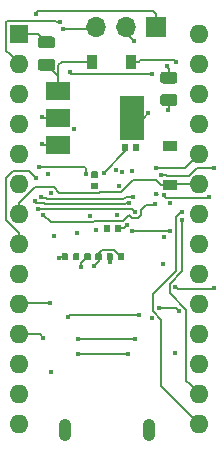
<source format=gbr>
G04 #@! TF.GenerationSoftware,KiCad,Pcbnew,5.1.5+dfsg1-2build2*
G04 #@! TF.CreationDate,2023-08-25T20:20:15+01:00*
G04 #@! TF.ProjectId,pico-sp0256,7069636f-2d73-4703-9032-35362e6b6963,rev?*
G04 #@! TF.SameCoordinates,Original*
G04 #@! TF.FileFunction,Copper,L4,Bot*
G04 #@! TF.FilePolarity,Positive*
%FSLAX46Y46*%
G04 Gerber Fmt 4.6, Leading zero omitted, Abs format (unit mm)*
G04 Created by KiCad (PCBNEW 5.1.5+dfsg1-2build2) date 2023-08-25 20:20:15*
%MOMM*%
%LPD*%
G04 APERTURE LIST*
%ADD10O,1.600000X1.600000*%
%ADD11R,1.600000X1.600000*%
%ADD12R,0.900000X1.200000*%
%ADD13R,1.200000X0.900000*%
%ADD14R,2.000000X1.500000*%
%ADD15R,2.000000X3.800000*%
%ADD16O,1.700000X1.700000*%
%ADD17R,1.700000X1.700000*%
%ADD18O,1.050000X1.900000*%
%ADD19C,0.100000*%
%ADD20C,0.400000*%
%ADD21C,0.200000*%
G04 APERTURE END LIST*
D10*
X89403501Y-69520001D03*
X74163501Y-102540001D03*
X89403501Y-72060001D03*
X74163501Y-100000001D03*
X89403501Y-74600001D03*
X74163501Y-97460001D03*
X89403501Y-77140001D03*
X74163501Y-94920001D03*
X89403501Y-79680001D03*
X74163501Y-92380001D03*
X89403501Y-82220001D03*
X74163501Y-89840001D03*
X89403501Y-84760001D03*
X74163501Y-87300001D03*
X89403501Y-87300001D03*
X74163501Y-84760001D03*
X89403501Y-89840001D03*
X74163501Y-82220001D03*
X89403501Y-92380001D03*
X74163501Y-79680001D03*
X89403501Y-94920001D03*
X74163501Y-77140001D03*
X89403501Y-97460001D03*
X74163501Y-74600001D03*
X89403501Y-100000001D03*
X74163501Y-72060001D03*
X89403501Y-102540001D03*
D11*
X74163501Y-69520001D03*
D12*
X83628500Y-71882000D03*
X80328500Y-71882000D03*
D13*
X86931500Y-82295000D03*
X86931500Y-78995000D03*
D14*
X77431500Y-78944500D03*
X77431500Y-74344500D03*
X77431500Y-76644500D03*
D15*
X83731500Y-76644500D03*
D16*
X80645000Y-68897500D03*
X83185000Y-68897500D03*
D17*
X85725000Y-68897500D03*
D18*
X85172500Y-103054000D03*
X78022500Y-103054000D03*
G04 #@! TA.AperFunction,SMDPad,CuDef*
D19*
G36*
X82929722Y-88082674D02*
G01*
X82943313Y-88084690D01*
X82956640Y-88088028D01*
X82969576Y-88092657D01*
X82981996Y-88098531D01*
X82993780Y-88105594D01*
X83004815Y-88113779D01*
X83014995Y-88123005D01*
X83024221Y-88133185D01*
X83032406Y-88144220D01*
X83039469Y-88156004D01*
X83045343Y-88168424D01*
X83049972Y-88181360D01*
X83053310Y-88194687D01*
X83055326Y-88208278D01*
X83056000Y-88222000D01*
X83056000Y-88562000D01*
X83055326Y-88575722D01*
X83053310Y-88589313D01*
X83049972Y-88602640D01*
X83045343Y-88615576D01*
X83039469Y-88627996D01*
X83032406Y-88639780D01*
X83024221Y-88650815D01*
X83014995Y-88660995D01*
X83004815Y-88670221D01*
X82993780Y-88678406D01*
X82981996Y-88685469D01*
X82969576Y-88691343D01*
X82956640Y-88695972D01*
X82943313Y-88699310D01*
X82929722Y-88701326D01*
X82916000Y-88702000D01*
X82636000Y-88702000D01*
X82622278Y-88701326D01*
X82608687Y-88699310D01*
X82595360Y-88695972D01*
X82582424Y-88691343D01*
X82570004Y-88685469D01*
X82558220Y-88678406D01*
X82547185Y-88670221D01*
X82537005Y-88660995D01*
X82527779Y-88650815D01*
X82519594Y-88639780D01*
X82512531Y-88627996D01*
X82506657Y-88615576D01*
X82502028Y-88602640D01*
X82498690Y-88589313D01*
X82496674Y-88575722D01*
X82496000Y-88562000D01*
X82496000Y-88222000D01*
X82496674Y-88208278D01*
X82498690Y-88194687D01*
X82502028Y-88181360D01*
X82506657Y-88168424D01*
X82512531Y-88156004D01*
X82519594Y-88144220D01*
X82527779Y-88133185D01*
X82537005Y-88123005D01*
X82547185Y-88113779D01*
X82558220Y-88105594D01*
X82570004Y-88098531D01*
X82582424Y-88092657D01*
X82595360Y-88088028D01*
X82608687Y-88084690D01*
X82622278Y-88082674D01*
X82636000Y-88082000D01*
X82916000Y-88082000D01*
X82929722Y-88082674D01*
G37*
G04 #@! TD.AperFunction*
G04 #@! TA.AperFunction,SMDPad,CuDef*
G36*
X81969722Y-88082674D02*
G01*
X81983313Y-88084690D01*
X81996640Y-88088028D01*
X82009576Y-88092657D01*
X82021996Y-88098531D01*
X82033780Y-88105594D01*
X82044815Y-88113779D01*
X82054995Y-88123005D01*
X82064221Y-88133185D01*
X82072406Y-88144220D01*
X82079469Y-88156004D01*
X82085343Y-88168424D01*
X82089972Y-88181360D01*
X82093310Y-88194687D01*
X82095326Y-88208278D01*
X82096000Y-88222000D01*
X82096000Y-88562000D01*
X82095326Y-88575722D01*
X82093310Y-88589313D01*
X82089972Y-88602640D01*
X82085343Y-88615576D01*
X82079469Y-88627996D01*
X82072406Y-88639780D01*
X82064221Y-88650815D01*
X82054995Y-88660995D01*
X82044815Y-88670221D01*
X82033780Y-88678406D01*
X82021996Y-88685469D01*
X82009576Y-88691343D01*
X81996640Y-88695972D01*
X81983313Y-88699310D01*
X81969722Y-88701326D01*
X81956000Y-88702000D01*
X81676000Y-88702000D01*
X81662278Y-88701326D01*
X81648687Y-88699310D01*
X81635360Y-88695972D01*
X81622424Y-88691343D01*
X81610004Y-88685469D01*
X81598220Y-88678406D01*
X81587185Y-88670221D01*
X81577005Y-88660995D01*
X81567779Y-88650815D01*
X81559594Y-88639780D01*
X81552531Y-88627996D01*
X81546657Y-88615576D01*
X81542028Y-88602640D01*
X81538690Y-88589313D01*
X81536674Y-88575722D01*
X81536000Y-88562000D01*
X81536000Y-88222000D01*
X81536674Y-88208278D01*
X81538690Y-88194687D01*
X81542028Y-88181360D01*
X81546657Y-88168424D01*
X81552531Y-88156004D01*
X81559594Y-88144220D01*
X81567779Y-88133185D01*
X81577005Y-88123005D01*
X81587185Y-88113779D01*
X81598220Y-88105594D01*
X81610004Y-88098531D01*
X81622424Y-88092657D01*
X81635360Y-88088028D01*
X81648687Y-88084690D01*
X81662278Y-88082674D01*
X81676000Y-88082000D01*
X81956000Y-88082000D01*
X81969722Y-88082674D01*
G37*
G04 #@! TD.AperFunction*
G04 #@! TA.AperFunction,SMDPad,CuDef*
G36*
X78159722Y-88082674D02*
G01*
X78173313Y-88084690D01*
X78186640Y-88088028D01*
X78199576Y-88092657D01*
X78211996Y-88098531D01*
X78223780Y-88105594D01*
X78234815Y-88113779D01*
X78244995Y-88123005D01*
X78254221Y-88133185D01*
X78262406Y-88144220D01*
X78269469Y-88156004D01*
X78275343Y-88168424D01*
X78279972Y-88181360D01*
X78283310Y-88194687D01*
X78285326Y-88208278D01*
X78286000Y-88222000D01*
X78286000Y-88562000D01*
X78285326Y-88575722D01*
X78283310Y-88589313D01*
X78279972Y-88602640D01*
X78275343Y-88615576D01*
X78269469Y-88627996D01*
X78262406Y-88639780D01*
X78254221Y-88650815D01*
X78244995Y-88660995D01*
X78234815Y-88670221D01*
X78223780Y-88678406D01*
X78211996Y-88685469D01*
X78199576Y-88691343D01*
X78186640Y-88695972D01*
X78173313Y-88699310D01*
X78159722Y-88701326D01*
X78146000Y-88702000D01*
X77866000Y-88702000D01*
X77852278Y-88701326D01*
X77838687Y-88699310D01*
X77825360Y-88695972D01*
X77812424Y-88691343D01*
X77800004Y-88685469D01*
X77788220Y-88678406D01*
X77777185Y-88670221D01*
X77767005Y-88660995D01*
X77757779Y-88650815D01*
X77749594Y-88639780D01*
X77742531Y-88627996D01*
X77736657Y-88615576D01*
X77732028Y-88602640D01*
X77728690Y-88589313D01*
X77726674Y-88575722D01*
X77726000Y-88562000D01*
X77726000Y-88222000D01*
X77726674Y-88208278D01*
X77728690Y-88194687D01*
X77732028Y-88181360D01*
X77736657Y-88168424D01*
X77742531Y-88156004D01*
X77749594Y-88144220D01*
X77757779Y-88133185D01*
X77767005Y-88123005D01*
X77777185Y-88113779D01*
X77788220Y-88105594D01*
X77800004Y-88098531D01*
X77812424Y-88092657D01*
X77825360Y-88088028D01*
X77838687Y-88084690D01*
X77852278Y-88082674D01*
X77866000Y-88082000D01*
X78146000Y-88082000D01*
X78159722Y-88082674D01*
G37*
G04 #@! TD.AperFunction*
G04 #@! TA.AperFunction,SMDPad,CuDef*
G36*
X79119722Y-88082674D02*
G01*
X79133313Y-88084690D01*
X79146640Y-88088028D01*
X79159576Y-88092657D01*
X79171996Y-88098531D01*
X79183780Y-88105594D01*
X79194815Y-88113779D01*
X79204995Y-88123005D01*
X79214221Y-88133185D01*
X79222406Y-88144220D01*
X79229469Y-88156004D01*
X79235343Y-88168424D01*
X79239972Y-88181360D01*
X79243310Y-88194687D01*
X79245326Y-88208278D01*
X79246000Y-88222000D01*
X79246000Y-88562000D01*
X79245326Y-88575722D01*
X79243310Y-88589313D01*
X79239972Y-88602640D01*
X79235343Y-88615576D01*
X79229469Y-88627996D01*
X79222406Y-88639780D01*
X79214221Y-88650815D01*
X79204995Y-88660995D01*
X79194815Y-88670221D01*
X79183780Y-88678406D01*
X79171996Y-88685469D01*
X79159576Y-88691343D01*
X79146640Y-88695972D01*
X79133313Y-88699310D01*
X79119722Y-88701326D01*
X79106000Y-88702000D01*
X78826000Y-88702000D01*
X78812278Y-88701326D01*
X78798687Y-88699310D01*
X78785360Y-88695972D01*
X78772424Y-88691343D01*
X78760004Y-88685469D01*
X78748220Y-88678406D01*
X78737185Y-88670221D01*
X78727005Y-88660995D01*
X78717779Y-88650815D01*
X78709594Y-88639780D01*
X78702531Y-88627996D01*
X78696657Y-88615576D01*
X78692028Y-88602640D01*
X78688690Y-88589313D01*
X78686674Y-88575722D01*
X78686000Y-88562000D01*
X78686000Y-88222000D01*
X78686674Y-88208278D01*
X78688690Y-88194687D01*
X78692028Y-88181360D01*
X78696657Y-88168424D01*
X78702531Y-88156004D01*
X78709594Y-88144220D01*
X78717779Y-88133185D01*
X78727005Y-88123005D01*
X78737185Y-88113779D01*
X78748220Y-88105594D01*
X78760004Y-88098531D01*
X78772424Y-88092657D01*
X78785360Y-88088028D01*
X78798687Y-88084690D01*
X78812278Y-88082674D01*
X78826000Y-88082000D01*
X79106000Y-88082000D01*
X79119722Y-88082674D01*
G37*
G04 #@! TD.AperFunction*
G04 #@! TA.AperFunction,SMDPad,CuDef*
G36*
X84199722Y-78811674D02*
G01*
X84213313Y-78813690D01*
X84226640Y-78817028D01*
X84239576Y-78821657D01*
X84251996Y-78827531D01*
X84263780Y-78834594D01*
X84274815Y-78842779D01*
X84284995Y-78852005D01*
X84294221Y-78862185D01*
X84302406Y-78873220D01*
X84309469Y-78885004D01*
X84315343Y-78897424D01*
X84319972Y-78910360D01*
X84323310Y-78923687D01*
X84325326Y-78937278D01*
X84326000Y-78951000D01*
X84326000Y-79291000D01*
X84325326Y-79304722D01*
X84323310Y-79318313D01*
X84319972Y-79331640D01*
X84315343Y-79344576D01*
X84309469Y-79356996D01*
X84302406Y-79368780D01*
X84294221Y-79379815D01*
X84284995Y-79389995D01*
X84274815Y-79399221D01*
X84263780Y-79407406D01*
X84251996Y-79414469D01*
X84239576Y-79420343D01*
X84226640Y-79424972D01*
X84213313Y-79428310D01*
X84199722Y-79430326D01*
X84186000Y-79431000D01*
X83906000Y-79431000D01*
X83892278Y-79430326D01*
X83878687Y-79428310D01*
X83865360Y-79424972D01*
X83852424Y-79420343D01*
X83840004Y-79414469D01*
X83828220Y-79407406D01*
X83817185Y-79399221D01*
X83807005Y-79389995D01*
X83797779Y-79379815D01*
X83789594Y-79368780D01*
X83782531Y-79356996D01*
X83776657Y-79344576D01*
X83772028Y-79331640D01*
X83768690Y-79318313D01*
X83766674Y-79304722D01*
X83766000Y-79291000D01*
X83766000Y-78951000D01*
X83766674Y-78937278D01*
X83768690Y-78923687D01*
X83772028Y-78910360D01*
X83776657Y-78897424D01*
X83782531Y-78885004D01*
X83789594Y-78873220D01*
X83797779Y-78862185D01*
X83807005Y-78852005D01*
X83817185Y-78842779D01*
X83828220Y-78834594D01*
X83840004Y-78827531D01*
X83852424Y-78821657D01*
X83865360Y-78817028D01*
X83878687Y-78813690D01*
X83892278Y-78811674D01*
X83906000Y-78811000D01*
X84186000Y-78811000D01*
X84199722Y-78811674D01*
G37*
G04 #@! TD.AperFunction*
G04 #@! TA.AperFunction,SMDPad,CuDef*
G36*
X83239722Y-78811674D02*
G01*
X83253313Y-78813690D01*
X83266640Y-78817028D01*
X83279576Y-78821657D01*
X83291996Y-78827531D01*
X83303780Y-78834594D01*
X83314815Y-78842779D01*
X83324995Y-78852005D01*
X83334221Y-78862185D01*
X83342406Y-78873220D01*
X83349469Y-78885004D01*
X83355343Y-78897424D01*
X83359972Y-78910360D01*
X83363310Y-78923687D01*
X83365326Y-78937278D01*
X83366000Y-78951000D01*
X83366000Y-79291000D01*
X83365326Y-79304722D01*
X83363310Y-79318313D01*
X83359972Y-79331640D01*
X83355343Y-79344576D01*
X83349469Y-79356996D01*
X83342406Y-79368780D01*
X83334221Y-79379815D01*
X83324995Y-79389995D01*
X83314815Y-79399221D01*
X83303780Y-79407406D01*
X83291996Y-79414469D01*
X83279576Y-79420343D01*
X83266640Y-79424972D01*
X83253313Y-79428310D01*
X83239722Y-79430326D01*
X83226000Y-79431000D01*
X82946000Y-79431000D01*
X82932278Y-79430326D01*
X82918687Y-79428310D01*
X82905360Y-79424972D01*
X82892424Y-79420343D01*
X82880004Y-79414469D01*
X82868220Y-79407406D01*
X82857185Y-79399221D01*
X82847005Y-79389995D01*
X82837779Y-79379815D01*
X82829594Y-79368780D01*
X82822531Y-79356996D01*
X82816657Y-79344576D01*
X82812028Y-79331640D01*
X82808690Y-79318313D01*
X82806674Y-79304722D01*
X82806000Y-79291000D01*
X82806000Y-78951000D01*
X82806674Y-78937278D01*
X82808690Y-78923687D01*
X82812028Y-78910360D01*
X82816657Y-78897424D01*
X82822531Y-78885004D01*
X82829594Y-78873220D01*
X82837779Y-78862185D01*
X82847005Y-78852005D01*
X82857185Y-78842779D01*
X82868220Y-78834594D01*
X82880004Y-78827531D01*
X82892424Y-78821657D01*
X82905360Y-78817028D01*
X82918687Y-78813690D01*
X82932278Y-78811674D01*
X82946000Y-78811000D01*
X83226000Y-78811000D01*
X83239722Y-78811674D01*
G37*
G04 #@! TD.AperFunction*
G04 #@! TA.AperFunction,SMDPad,CuDef*
G36*
X81024722Y-88082674D02*
G01*
X81038313Y-88084690D01*
X81051640Y-88088028D01*
X81064576Y-88092657D01*
X81076996Y-88098531D01*
X81088780Y-88105594D01*
X81099815Y-88113779D01*
X81109995Y-88123005D01*
X81119221Y-88133185D01*
X81127406Y-88144220D01*
X81134469Y-88156004D01*
X81140343Y-88168424D01*
X81144972Y-88181360D01*
X81148310Y-88194687D01*
X81150326Y-88208278D01*
X81151000Y-88222000D01*
X81151000Y-88562000D01*
X81150326Y-88575722D01*
X81148310Y-88589313D01*
X81144972Y-88602640D01*
X81140343Y-88615576D01*
X81134469Y-88627996D01*
X81127406Y-88639780D01*
X81119221Y-88650815D01*
X81109995Y-88660995D01*
X81099815Y-88670221D01*
X81088780Y-88678406D01*
X81076996Y-88685469D01*
X81064576Y-88691343D01*
X81051640Y-88695972D01*
X81038313Y-88699310D01*
X81024722Y-88701326D01*
X81011000Y-88702000D01*
X80731000Y-88702000D01*
X80717278Y-88701326D01*
X80703687Y-88699310D01*
X80690360Y-88695972D01*
X80677424Y-88691343D01*
X80665004Y-88685469D01*
X80653220Y-88678406D01*
X80642185Y-88670221D01*
X80632005Y-88660995D01*
X80622779Y-88650815D01*
X80614594Y-88639780D01*
X80607531Y-88627996D01*
X80601657Y-88615576D01*
X80597028Y-88602640D01*
X80593690Y-88589313D01*
X80591674Y-88575722D01*
X80591000Y-88562000D01*
X80591000Y-88222000D01*
X80591674Y-88208278D01*
X80593690Y-88194687D01*
X80597028Y-88181360D01*
X80601657Y-88168424D01*
X80607531Y-88156004D01*
X80614594Y-88144220D01*
X80622779Y-88133185D01*
X80632005Y-88123005D01*
X80642185Y-88113779D01*
X80653220Y-88105594D01*
X80665004Y-88098531D01*
X80677424Y-88092657D01*
X80690360Y-88088028D01*
X80703687Y-88084690D01*
X80717278Y-88082674D01*
X80731000Y-88082000D01*
X81011000Y-88082000D01*
X81024722Y-88082674D01*
G37*
G04 #@! TD.AperFunction*
G04 #@! TA.AperFunction,SMDPad,CuDef*
G36*
X80064722Y-88082674D02*
G01*
X80078313Y-88084690D01*
X80091640Y-88088028D01*
X80104576Y-88092657D01*
X80116996Y-88098531D01*
X80128780Y-88105594D01*
X80139815Y-88113779D01*
X80149995Y-88123005D01*
X80159221Y-88133185D01*
X80167406Y-88144220D01*
X80174469Y-88156004D01*
X80180343Y-88168424D01*
X80184972Y-88181360D01*
X80188310Y-88194687D01*
X80190326Y-88208278D01*
X80191000Y-88222000D01*
X80191000Y-88562000D01*
X80190326Y-88575722D01*
X80188310Y-88589313D01*
X80184972Y-88602640D01*
X80180343Y-88615576D01*
X80174469Y-88627996D01*
X80167406Y-88639780D01*
X80159221Y-88650815D01*
X80149995Y-88660995D01*
X80139815Y-88670221D01*
X80128780Y-88678406D01*
X80116996Y-88685469D01*
X80104576Y-88691343D01*
X80091640Y-88695972D01*
X80078313Y-88699310D01*
X80064722Y-88701326D01*
X80051000Y-88702000D01*
X79771000Y-88702000D01*
X79757278Y-88701326D01*
X79743687Y-88699310D01*
X79730360Y-88695972D01*
X79717424Y-88691343D01*
X79705004Y-88685469D01*
X79693220Y-88678406D01*
X79682185Y-88670221D01*
X79672005Y-88660995D01*
X79662779Y-88650815D01*
X79654594Y-88639780D01*
X79647531Y-88627996D01*
X79641657Y-88615576D01*
X79637028Y-88602640D01*
X79633690Y-88589313D01*
X79631674Y-88575722D01*
X79631000Y-88562000D01*
X79631000Y-88222000D01*
X79631674Y-88208278D01*
X79633690Y-88194687D01*
X79637028Y-88181360D01*
X79641657Y-88168424D01*
X79647531Y-88156004D01*
X79654594Y-88144220D01*
X79662779Y-88133185D01*
X79672005Y-88123005D01*
X79682185Y-88113779D01*
X79693220Y-88105594D01*
X79705004Y-88098531D01*
X79717424Y-88092657D01*
X79730360Y-88088028D01*
X79743687Y-88084690D01*
X79757278Y-88082674D01*
X79771000Y-88082000D01*
X80051000Y-88082000D01*
X80064722Y-88082674D01*
G37*
G04 #@! TD.AperFunction*
G04 #@! TA.AperFunction,SMDPad,CuDef*
G36*
X80701722Y-82115674D02*
G01*
X80715313Y-82117690D01*
X80728640Y-82121028D01*
X80741576Y-82125657D01*
X80753996Y-82131531D01*
X80765780Y-82138594D01*
X80776815Y-82146779D01*
X80786995Y-82156005D01*
X80796221Y-82166185D01*
X80804406Y-82177220D01*
X80811469Y-82189004D01*
X80817343Y-82201424D01*
X80821972Y-82214360D01*
X80825310Y-82227687D01*
X80827326Y-82241278D01*
X80828000Y-82255000D01*
X80828000Y-82535000D01*
X80827326Y-82548722D01*
X80825310Y-82562313D01*
X80821972Y-82575640D01*
X80817343Y-82588576D01*
X80811469Y-82600996D01*
X80804406Y-82612780D01*
X80796221Y-82623815D01*
X80786995Y-82633995D01*
X80776815Y-82643221D01*
X80765780Y-82651406D01*
X80753996Y-82658469D01*
X80741576Y-82664343D01*
X80728640Y-82668972D01*
X80715313Y-82672310D01*
X80701722Y-82674326D01*
X80688000Y-82675000D01*
X80348000Y-82675000D01*
X80334278Y-82674326D01*
X80320687Y-82672310D01*
X80307360Y-82668972D01*
X80294424Y-82664343D01*
X80282004Y-82658469D01*
X80270220Y-82651406D01*
X80259185Y-82643221D01*
X80249005Y-82633995D01*
X80239779Y-82623815D01*
X80231594Y-82612780D01*
X80224531Y-82600996D01*
X80218657Y-82588576D01*
X80214028Y-82575640D01*
X80210690Y-82562313D01*
X80208674Y-82548722D01*
X80208000Y-82535000D01*
X80208000Y-82255000D01*
X80208674Y-82241278D01*
X80210690Y-82227687D01*
X80214028Y-82214360D01*
X80218657Y-82201424D01*
X80224531Y-82189004D01*
X80231594Y-82177220D01*
X80239779Y-82166185D01*
X80249005Y-82156005D01*
X80259185Y-82146779D01*
X80270220Y-82138594D01*
X80282004Y-82131531D01*
X80294424Y-82125657D01*
X80307360Y-82121028D01*
X80320687Y-82117690D01*
X80334278Y-82115674D01*
X80348000Y-82115000D01*
X80688000Y-82115000D01*
X80701722Y-82115674D01*
G37*
G04 #@! TD.AperFunction*
G04 #@! TA.AperFunction,SMDPad,CuDef*
G36*
X80701722Y-81155674D02*
G01*
X80715313Y-81157690D01*
X80728640Y-81161028D01*
X80741576Y-81165657D01*
X80753996Y-81171531D01*
X80765780Y-81178594D01*
X80776815Y-81186779D01*
X80786995Y-81196005D01*
X80796221Y-81206185D01*
X80804406Y-81217220D01*
X80811469Y-81229004D01*
X80817343Y-81241424D01*
X80821972Y-81254360D01*
X80825310Y-81267687D01*
X80827326Y-81281278D01*
X80828000Y-81295000D01*
X80828000Y-81575000D01*
X80827326Y-81588722D01*
X80825310Y-81602313D01*
X80821972Y-81615640D01*
X80817343Y-81628576D01*
X80811469Y-81640996D01*
X80804406Y-81652780D01*
X80796221Y-81663815D01*
X80786995Y-81673995D01*
X80776815Y-81683221D01*
X80765780Y-81691406D01*
X80753996Y-81698469D01*
X80741576Y-81704343D01*
X80728640Y-81708972D01*
X80715313Y-81712310D01*
X80701722Y-81714326D01*
X80688000Y-81715000D01*
X80348000Y-81715000D01*
X80334278Y-81714326D01*
X80320687Y-81712310D01*
X80307360Y-81708972D01*
X80294424Y-81704343D01*
X80282004Y-81698469D01*
X80270220Y-81691406D01*
X80259185Y-81683221D01*
X80249005Y-81673995D01*
X80239779Y-81663815D01*
X80231594Y-81652780D01*
X80224531Y-81640996D01*
X80218657Y-81628576D01*
X80214028Y-81615640D01*
X80210690Y-81602313D01*
X80208674Y-81588722D01*
X80208000Y-81575000D01*
X80208000Y-81295000D01*
X80208674Y-81281278D01*
X80210690Y-81267687D01*
X80214028Y-81254360D01*
X80218657Y-81241424D01*
X80224531Y-81229004D01*
X80231594Y-81217220D01*
X80239779Y-81206185D01*
X80249005Y-81196005D01*
X80259185Y-81186779D01*
X80270220Y-81178594D01*
X80282004Y-81171531D01*
X80294424Y-81165657D01*
X80307360Y-81161028D01*
X80320687Y-81157690D01*
X80334278Y-81155674D01*
X80348000Y-81155000D01*
X80688000Y-81155000D01*
X80701722Y-81155674D01*
G37*
G04 #@! TD.AperFunction*
G04 #@! TA.AperFunction,SMDPad,CuDef*
G36*
X82675722Y-85669674D02*
G01*
X82689313Y-85671690D01*
X82702640Y-85675028D01*
X82715576Y-85679657D01*
X82727996Y-85685531D01*
X82739780Y-85692594D01*
X82750815Y-85700779D01*
X82760995Y-85710005D01*
X82770221Y-85720185D01*
X82778406Y-85731220D01*
X82785469Y-85743004D01*
X82791343Y-85755424D01*
X82795972Y-85768360D01*
X82799310Y-85781687D01*
X82801326Y-85795278D01*
X82802000Y-85809000D01*
X82802000Y-86149000D01*
X82801326Y-86162722D01*
X82799310Y-86176313D01*
X82795972Y-86189640D01*
X82791343Y-86202576D01*
X82785469Y-86214996D01*
X82778406Y-86226780D01*
X82770221Y-86237815D01*
X82760995Y-86247995D01*
X82750815Y-86257221D01*
X82739780Y-86265406D01*
X82727996Y-86272469D01*
X82715576Y-86278343D01*
X82702640Y-86282972D01*
X82689313Y-86286310D01*
X82675722Y-86288326D01*
X82662000Y-86289000D01*
X82382000Y-86289000D01*
X82368278Y-86288326D01*
X82354687Y-86286310D01*
X82341360Y-86282972D01*
X82328424Y-86278343D01*
X82316004Y-86272469D01*
X82304220Y-86265406D01*
X82293185Y-86257221D01*
X82283005Y-86247995D01*
X82273779Y-86237815D01*
X82265594Y-86226780D01*
X82258531Y-86214996D01*
X82252657Y-86202576D01*
X82248028Y-86189640D01*
X82244690Y-86176313D01*
X82242674Y-86162722D01*
X82242000Y-86149000D01*
X82242000Y-85809000D01*
X82242674Y-85795278D01*
X82244690Y-85781687D01*
X82248028Y-85768360D01*
X82252657Y-85755424D01*
X82258531Y-85743004D01*
X82265594Y-85731220D01*
X82273779Y-85720185D01*
X82283005Y-85710005D01*
X82293185Y-85700779D01*
X82304220Y-85692594D01*
X82316004Y-85685531D01*
X82328424Y-85679657D01*
X82341360Y-85675028D01*
X82354687Y-85671690D01*
X82368278Y-85669674D01*
X82382000Y-85669000D01*
X82662000Y-85669000D01*
X82675722Y-85669674D01*
G37*
G04 #@! TD.AperFunction*
G04 #@! TA.AperFunction,SMDPad,CuDef*
G36*
X81715722Y-85669674D02*
G01*
X81729313Y-85671690D01*
X81742640Y-85675028D01*
X81755576Y-85679657D01*
X81767996Y-85685531D01*
X81779780Y-85692594D01*
X81790815Y-85700779D01*
X81800995Y-85710005D01*
X81810221Y-85720185D01*
X81818406Y-85731220D01*
X81825469Y-85743004D01*
X81831343Y-85755424D01*
X81835972Y-85768360D01*
X81839310Y-85781687D01*
X81841326Y-85795278D01*
X81842000Y-85809000D01*
X81842000Y-86149000D01*
X81841326Y-86162722D01*
X81839310Y-86176313D01*
X81835972Y-86189640D01*
X81831343Y-86202576D01*
X81825469Y-86214996D01*
X81818406Y-86226780D01*
X81810221Y-86237815D01*
X81800995Y-86247995D01*
X81790815Y-86257221D01*
X81779780Y-86265406D01*
X81767996Y-86272469D01*
X81755576Y-86278343D01*
X81742640Y-86282972D01*
X81729313Y-86286310D01*
X81715722Y-86288326D01*
X81702000Y-86289000D01*
X81422000Y-86289000D01*
X81408278Y-86288326D01*
X81394687Y-86286310D01*
X81381360Y-86282972D01*
X81368424Y-86278343D01*
X81356004Y-86272469D01*
X81344220Y-86265406D01*
X81333185Y-86257221D01*
X81323005Y-86247995D01*
X81313779Y-86237815D01*
X81305594Y-86226780D01*
X81298531Y-86214996D01*
X81292657Y-86202576D01*
X81288028Y-86189640D01*
X81284690Y-86176313D01*
X81282674Y-86162722D01*
X81282000Y-86149000D01*
X81282000Y-85809000D01*
X81282674Y-85795278D01*
X81284690Y-85781687D01*
X81288028Y-85768360D01*
X81292657Y-85755424D01*
X81298531Y-85743004D01*
X81305594Y-85731220D01*
X81313779Y-85720185D01*
X81323005Y-85710005D01*
X81333185Y-85700779D01*
X81344220Y-85692594D01*
X81356004Y-85685531D01*
X81368424Y-85679657D01*
X81381360Y-85675028D01*
X81394687Y-85671690D01*
X81408278Y-85669674D01*
X81422000Y-85669000D01*
X81702000Y-85669000D01*
X81715722Y-85669674D01*
G37*
G04 #@! TD.AperFunction*
G04 #@! TA.AperFunction,SMDPad,CuDef*
G36*
X87304004Y-74619204D02*
G01*
X87328273Y-74622804D01*
X87352071Y-74628765D01*
X87375171Y-74637030D01*
X87397349Y-74647520D01*
X87418393Y-74660133D01*
X87438098Y-74674747D01*
X87456277Y-74691223D01*
X87472753Y-74709402D01*
X87487367Y-74729107D01*
X87499980Y-74750151D01*
X87510470Y-74772329D01*
X87518735Y-74795429D01*
X87524696Y-74819227D01*
X87528296Y-74843496D01*
X87529500Y-74868000D01*
X87529500Y-75368000D01*
X87528296Y-75392504D01*
X87524696Y-75416773D01*
X87518735Y-75440571D01*
X87510470Y-75463671D01*
X87499980Y-75485849D01*
X87487367Y-75506893D01*
X87472753Y-75526598D01*
X87456277Y-75544777D01*
X87438098Y-75561253D01*
X87418393Y-75575867D01*
X87397349Y-75588480D01*
X87375171Y-75598970D01*
X87352071Y-75607235D01*
X87328273Y-75613196D01*
X87304004Y-75616796D01*
X87279500Y-75618000D01*
X86329500Y-75618000D01*
X86304996Y-75616796D01*
X86280727Y-75613196D01*
X86256929Y-75607235D01*
X86233829Y-75598970D01*
X86211651Y-75588480D01*
X86190607Y-75575867D01*
X86170902Y-75561253D01*
X86152723Y-75544777D01*
X86136247Y-75526598D01*
X86121633Y-75506893D01*
X86109020Y-75485849D01*
X86098530Y-75463671D01*
X86090265Y-75440571D01*
X86084304Y-75416773D01*
X86080704Y-75392504D01*
X86079500Y-75368000D01*
X86079500Y-74868000D01*
X86080704Y-74843496D01*
X86084304Y-74819227D01*
X86090265Y-74795429D01*
X86098530Y-74772329D01*
X86109020Y-74750151D01*
X86121633Y-74729107D01*
X86136247Y-74709402D01*
X86152723Y-74691223D01*
X86170902Y-74674747D01*
X86190607Y-74660133D01*
X86211651Y-74647520D01*
X86233829Y-74637030D01*
X86256929Y-74628765D01*
X86280727Y-74622804D01*
X86304996Y-74619204D01*
X86329500Y-74618000D01*
X87279500Y-74618000D01*
X87304004Y-74619204D01*
G37*
G04 #@! TD.AperFunction*
G04 #@! TA.AperFunction,SMDPad,CuDef*
G36*
X87304004Y-72719204D02*
G01*
X87328273Y-72722804D01*
X87352071Y-72728765D01*
X87375171Y-72737030D01*
X87397349Y-72747520D01*
X87418393Y-72760133D01*
X87438098Y-72774747D01*
X87456277Y-72791223D01*
X87472753Y-72809402D01*
X87487367Y-72829107D01*
X87499980Y-72850151D01*
X87510470Y-72872329D01*
X87518735Y-72895429D01*
X87524696Y-72919227D01*
X87528296Y-72943496D01*
X87529500Y-72968000D01*
X87529500Y-73468000D01*
X87528296Y-73492504D01*
X87524696Y-73516773D01*
X87518735Y-73540571D01*
X87510470Y-73563671D01*
X87499980Y-73585849D01*
X87487367Y-73606893D01*
X87472753Y-73626598D01*
X87456277Y-73644777D01*
X87438098Y-73661253D01*
X87418393Y-73675867D01*
X87397349Y-73688480D01*
X87375171Y-73698970D01*
X87352071Y-73707235D01*
X87328273Y-73713196D01*
X87304004Y-73716796D01*
X87279500Y-73718000D01*
X86329500Y-73718000D01*
X86304996Y-73716796D01*
X86280727Y-73713196D01*
X86256929Y-73707235D01*
X86233829Y-73698970D01*
X86211651Y-73688480D01*
X86190607Y-73675867D01*
X86170902Y-73661253D01*
X86152723Y-73644777D01*
X86136247Y-73626598D01*
X86121633Y-73606893D01*
X86109020Y-73585849D01*
X86098530Y-73563671D01*
X86090265Y-73540571D01*
X86084304Y-73516773D01*
X86080704Y-73492504D01*
X86079500Y-73468000D01*
X86079500Y-72968000D01*
X86080704Y-72943496D01*
X86084304Y-72919227D01*
X86090265Y-72895429D01*
X86098530Y-72872329D01*
X86109020Y-72850151D01*
X86121633Y-72829107D01*
X86136247Y-72809402D01*
X86152723Y-72791223D01*
X86170902Y-72774747D01*
X86190607Y-72760133D01*
X86211651Y-72747520D01*
X86233829Y-72737030D01*
X86256929Y-72728765D01*
X86280727Y-72722804D01*
X86304996Y-72719204D01*
X86329500Y-72718000D01*
X87279500Y-72718000D01*
X87304004Y-72719204D01*
G37*
G04 #@! TD.AperFunction*
G04 #@! TA.AperFunction,SMDPad,CuDef*
G36*
X76953504Y-69734704D02*
G01*
X76977773Y-69738304D01*
X77001571Y-69744265D01*
X77024671Y-69752530D01*
X77046849Y-69763020D01*
X77067893Y-69775633D01*
X77087598Y-69790247D01*
X77105777Y-69806723D01*
X77122253Y-69824902D01*
X77136867Y-69844607D01*
X77149480Y-69865651D01*
X77159970Y-69887829D01*
X77168235Y-69910929D01*
X77174196Y-69934727D01*
X77177796Y-69958996D01*
X77179000Y-69983500D01*
X77179000Y-70483500D01*
X77177796Y-70508004D01*
X77174196Y-70532273D01*
X77168235Y-70556071D01*
X77159970Y-70579171D01*
X77149480Y-70601349D01*
X77136867Y-70622393D01*
X77122253Y-70642098D01*
X77105777Y-70660277D01*
X77087598Y-70676753D01*
X77067893Y-70691367D01*
X77046849Y-70703980D01*
X77024671Y-70714470D01*
X77001571Y-70722735D01*
X76977773Y-70728696D01*
X76953504Y-70732296D01*
X76929000Y-70733500D01*
X75979000Y-70733500D01*
X75954496Y-70732296D01*
X75930227Y-70728696D01*
X75906429Y-70722735D01*
X75883329Y-70714470D01*
X75861151Y-70703980D01*
X75840107Y-70691367D01*
X75820402Y-70676753D01*
X75802223Y-70660277D01*
X75785747Y-70642098D01*
X75771133Y-70622393D01*
X75758520Y-70601349D01*
X75748030Y-70579171D01*
X75739765Y-70556071D01*
X75733804Y-70532273D01*
X75730204Y-70508004D01*
X75729000Y-70483500D01*
X75729000Y-69983500D01*
X75730204Y-69958996D01*
X75733804Y-69934727D01*
X75739765Y-69910929D01*
X75748030Y-69887829D01*
X75758520Y-69865651D01*
X75771133Y-69844607D01*
X75785747Y-69824902D01*
X75802223Y-69806723D01*
X75820402Y-69790247D01*
X75840107Y-69775633D01*
X75861151Y-69763020D01*
X75883329Y-69752530D01*
X75906429Y-69744265D01*
X75930227Y-69738304D01*
X75954496Y-69734704D01*
X75979000Y-69733500D01*
X76929000Y-69733500D01*
X76953504Y-69734704D01*
G37*
G04 #@! TD.AperFunction*
G04 #@! TA.AperFunction,SMDPad,CuDef*
G36*
X76953504Y-71634704D02*
G01*
X76977773Y-71638304D01*
X77001571Y-71644265D01*
X77024671Y-71652530D01*
X77046849Y-71663020D01*
X77067893Y-71675633D01*
X77087598Y-71690247D01*
X77105777Y-71706723D01*
X77122253Y-71724902D01*
X77136867Y-71744607D01*
X77149480Y-71765651D01*
X77159970Y-71787829D01*
X77168235Y-71810929D01*
X77174196Y-71834727D01*
X77177796Y-71858996D01*
X77179000Y-71883500D01*
X77179000Y-72383500D01*
X77177796Y-72408004D01*
X77174196Y-72432273D01*
X77168235Y-72456071D01*
X77159970Y-72479171D01*
X77149480Y-72501349D01*
X77136867Y-72522393D01*
X77122253Y-72542098D01*
X77105777Y-72560277D01*
X77087598Y-72576753D01*
X77067893Y-72591367D01*
X77046849Y-72603980D01*
X77024671Y-72614470D01*
X77001571Y-72622735D01*
X76977773Y-72628696D01*
X76953504Y-72632296D01*
X76929000Y-72633500D01*
X75979000Y-72633500D01*
X75954496Y-72632296D01*
X75930227Y-72628696D01*
X75906429Y-72622735D01*
X75883329Y-72614470D01*
X75861151Y-72603980D01*
X75840107Y-72591367D01*
X75820402Y-72576753D01*
X75802223Y-72560277D01*
X75785747Y-72542098D01*
X75771133Y-72522393D01*
X75758520Y-72501349D01*
X75748030Y-72479171D01*
X75739765Y-72456071D01*
X75733804Y-72432273D01*
X75730204Y-72408004D01*
X75729000Y-72383500D01*
X75729000Y-71883500D01*
X75730204Y-71858996D01*
X75733804Y-71834727D01*
X75739765Y-71810929D01*
X75748030Y-71787829D01*
X75758520Y-71765651D01*
X75771133Y-71744607D01*
X75785747Y-71724902D01*
X75802223Y-71706723D01*
X75820402Y-71690247D01*
X75840107Y-71675633D01*
X75861151Y-71663020D01*
X75883329Y-71652530D01*
X75906429Y-71644265D01*
X75930227Y-71638304D01*
X75954496Y-71634704D01*
X75979000Y-71633500D01*
X76929000Y-71633500D01*
X76953504Y-71634704D01*
G37*
G04 #@! TD.AperFunction*
D20*
X82550000Y-82423000D03*
X80518000Y-82423000D03*
X80137000Y-84963000D03*
X82423000Y-84836000D03*
X85381402Y-93604999D03*
X86351753Y-89023260D03*
X77470000Y-88519000D03*
X80443500Y-89154000D03*
X83820000Y-70104000D03*
X86741000Y-75946000D03*
X83947000Y-78994000D03*
X82296000Y-81026000D03*
X78814499Y-77531451D03*
X76073000Y-78867000D03*
X76581000Y-81407001D03*
X83279610Y-85696364D03*
X78966000Y-88392000D03*
X80645000Y-86106000D03*
X77089000Y-86614000D03*
X78994000Y-86360000D03*
X81835804Y-88852196D03*
X76835000Y-98171000D03*
X87329999Y-96520000D03*
X85725000Y-83058000D03*
X85075042Y-76242050D03*
X86614000Y-72263000D03*
X86360000Y-86741000D03*
X76073000Y-76581000D03*
X81280000Y-81280000D03*
X76835000Y-83018148D03*
X79358596Y-89228577D03*
X81562000Y-85979000D03*
X80518000Y-81407000D03*
X87376000Y-71882000D03*
X86931500Y-78995000D03*
X77851000Y-69088000D03*
X75819000Y-80772000D03*
X75565000Y-67818000D03*
X79756000Y-81407000D03*
X83947000Y-84582000D03*
X75692000Y-84328000D03*
X83439000Y-83820000D03*
X75438000Y-83693000D03*
X76192000Y-84836000D03*
X76192000Y-95250000D03*
X85657519Y-83882686D03*
X85725000Y-80899000D03*
X83745028Y-83303910D03*
X75947235Y-83320000D03*
X76708000Y-92329000D03*
X87368000Y-90932000D03*
X90634000Y-91059000D03*
X87937904Y-85290095D03*
X85344000Y-72898000D03*
X78439490Y-72771000D03*
X77582671Y-68551342D03*
X87965029Y-84610113D03*
X86129548Y-81468283D03*
X90634000Y-80899000D03*
X83693000Y-81153000D03*
X82865212Y-81215737D03*
X75569172Y-81735224D03*
X86394325Y-83172382D03*
X90170000Y-83312000D03*
X86917189Y-83872381D03*
X85949235Y-92718598D03*
X87630000Y-92964000D03*
X83312000Y-96647000D03*
X79121000Y-96647000D03*
X83923010Y-95377000D03*
X79121000Y-95377000D03*
X84323020Y-93345000D03*
X78232000Y-93472000D03*
X83659971Y-86194962D03*
X86868000Y-86233000D03*
D21*
X80871000Y-88082000D02*
X80871000Y-88392000D01*
X82138260Y-87781990D02*
X81171010Y-87781990D01*
X81171010Y-87781990D02*
X80871000Y-88082000D01*
X82748270Y-88392000D02*
X82138260Y-87781990D01*
X82776000Y-88392000D02*
X82748270Y-88392000D01*
X77597000Y-88392000D02*
X77470000Y-88519000D01*
X78006000Y-88392000D02*
X77597000Y-88392000D01*
X80871000Y-88726500D02*
X80443500Y-89154000D01*
X80871000Y-88392000D02*
X80871000Y-88726500D01*
X75740501Y-69520001D02*
X76454000Y-70233500D01*
X74163501Y-69520001D02*
X75740501Y-69520001D01*
X83185000Y-69469000D02*
X83820000Y-70104000D01*
X83185000Y-68897500D02*
X83185000Y-69469000D01*
X86804500Y-75882500D02*
X86741000Y-75946000D01*
X86804500Y-75118000D02*
X86804500Y-75882500D01*
X76150500Y-78944500D02*
X76073000Y-78867000D01*
X77431500Y-78944500D02*
X76150500Y-78944500D01*
X82996974Y-85979000D02*
X83279610Y-85696364D01*
X82522000Y-85979000D02*
X82996974Y-85979000D01*
X81816000Y-88832392D02*
X81835804Y-88852196D01*
X81816000Y-88392000D02*
X81816000Y-88832392D01*
X84672592Y-76644500D02*
X85075042Y-76242050D01*
X83731500Y-76644500D02*
X84672592Y-76644500D01*
X86804500Y-72453500D02*
X86614000Y-72263000D01*
X86804500Y-73218000D02*
X86804500Y-72453500D01*
X85725000Y-83058000D02*
X85852000Y-83058000D01*
X76136500Y-76644500D02*
X76073000Y-76581000D01*
X77431500Y-76644500D02*
X76136500Y-76644500D01*
X84328000Y-77241000D02*
X83731500Y-76644500D01*
X83086000Y-79474000D02*
X83086000Y-79121000D01*
X81280000Y-81280000D02*
X83086000Y-79474000D01*
X77431500Y-73111000D02*
X76454000Y-72133500D01*
X77431500Y-74344500D02*
X77431500Y-73111000D01*
X77431500Y-74344500D02*
X77431500Y-72174500D01*
X77724000Y-71882000D02*
X80328500Y-71882000D01*
X77431500Y-72174500D02*
X77724000Y-71882000D01*
X79358596Y-88944404D02*
X79911000Y-88392000D01*
X79358596Y-89228577D02*
X79358596Y-88944404D01*
X87006499Y-82220001D02*
X86931500Y-82295000D01*
X89403501Y-82220001D02*
X87006499Y-82220001D01*
X74163501Y-83848003D02*
X74163501Y-84760001D01*
X77531864Y-82975010D02*
X77075001Y-82518147D01*
X80870260Y-82975010D02*
X77531864Y-82975010D01*
X82790001Y-82923001D02*
X80922269Y-82923001D01*
X83790003Y-81922999D02*
X82790001Y-82923001D01*
X77075001Y-82518147D02*
X75469853Y-82518147D01*
X80922269Y-82923001D02*
X80870260Y-82975010D01*
X86131500Y-82295000D02*
X85759499Y-81922999D01*
X86931500Y-82295000D02*
X86131500Y-82295000D01*
X74295000Y-83693000D02*
X74163501Y-83848003D01*
X75469853Y-82518147D02*
X74295000Y-83693000D01*
X85759499Y-81922999D02*
X83790003Y-81922999D01*
X87256999Y-71762999D02*
X87376000Y-71882000D01*
X84278500Y-71882000D02*
X84397501Y-71762999D01*
X84397501Y-71762999D02*
X87256999Y-71762999D01*
X83628500Y-71882000D02*
X84278500Y-71882000D01*
X80454500Y-69088000D02*
X80645000Y-68897500D01*
X77851000Y-69088000D02*
X80454500Y-69088000D01*
X79648894Y-80772000D02*
X75819000Y-80772000D01*
X85725000Y-67847500D02*
X85725000Y-68897500D01*
X85495501Y-67618001D02*
X85725000Y-67847500D01*
X75764999Y-67618001D02*
X85495501Y-67618001D01*
X75565000Y-67818000D02*
X75764999Y-67618001D01*
X79756000Y-80879106D02*
X79648894Y-80772000D01*
X79756000Y-81407000D02*
X79756000Y-80879106D01*
X83700999Y-84335999D02*
X76969999Y-84335999D01*
X83947000Y-84582000D02*
X83700999Y-84335999D01*
X76969999Y-84335999D02*
X76962000Y-84328000D01*
X76962000Y-84328000D02*
X75692000Y-84328000D01*
X83156158Y-83820000D02*
X83058000Y-83918158D01*
X83439000Y-83820000D02*
X83156158Y-83820000D01*
X76355842Y-83918158D02*
X76257684Y-83820000D01*
X83058000Y-83918158D02*
X76355842Y-83918158D01*
X75565000Y-83820000D02*
X75438000Y-83693000D01*
X76257684Y-83820000D02*
X75565000Y-83820000D01*
X85525001Y-84019999D02*
X84890001Y-84019999D01*
X83706999Y-85082001D02*
X83446999Y-84822001D01*
X84187001Y-85082001D02*
X83706999Y-85082001D01*
X84447001Y-84822001D02*
X84187001Y-85082001D01*
X84447001Y-84462999D02*
X84447001Y-84822001D01*
X84890001Y-84019999D02*
X84447001Y-84462999D01*
X76819001Y-85463001D02*
X76192000Y-84836000D01*
X80377001Y-85463001D02*
X76819001Y-85463001D01*
X80504001Y-85336001D02*
X80377001Y-85463001D01*
X82932999Y-85336001D02*
X80504001Y-85336001D01*
X83446999Y-84822001D02*
X82932999Y-85336001D01*
X75862001Y-94920001D02*
X74163501Y-94920001D01*
X76192000Y-95250000D02*
X75862001Y-94920001D01*
X85525001Y-83892999D02*
X85598000Y-83820000D01*
X85525001Y-84019999D02*
X85525001Y-83892999D01*
X88184502Y-80899000D02*
X89403501Y-79680001D01*
X85725000Y-80899000D02*
X88184502Y-80899000D01*
X83745028Y-83303910D02*
X83215088Y-83303910D01*
X83099008Y-83419990D02*
X82990469Y-83419990D01*
X82990469Y-83419990D02*
X82892311Y-83518148D01*
X83215088Y-83303910D02*
X83099008Y-83419990D01*
X76521531Y-83518148D02*
X76423373Y-83419990D01*
X82892311Y-83518148D02*
X76521531Y-83518148D01*
X76047225Y-83419990D02*
X75947235Y-83320000D01*
X76423373Y-83419990D02*
X76047225Y-83419990D01*
X74214502Y-92329000D02*
X74163501Y-92380001D01*
X76708000Y-92329000D02*
X74214502Y-92329000D01*
X90561001Y-91131999D02*
X90634000Y-91059000D01*
X87567999Y-91131999D02*
X90561001Y-91131999D01*
X87368000Y-90932000D02*
X87567999Y-91131999D01*
X88303500Y-92897498D02*
X88303500Y-98900000D01*
X86867999Y-91461997D02*
X88303500Y-92897498D01*
X88603502Y-99200002D02*
X89403501Y-100000001D01*
X88303500Y-98900000D02*
X88603502Y-99200002D01*
X86867999Y-90691999D02*
X86867999Y-91461997D01*
X87937904Y-89622094D02*
X86867999Y-90691999D01*
X87937904Y-85290095D02*
X87937904Y-89622094D01*
X78566490Y-72898000D02*
X78439490Y-72771000D01*
X85344000Y-72898000D02*
X78566490Y-72898000D01*
X73063500Y-70960000D02*
X73363502Y-71260002D01*
X73063500Y-68480000D02*
X73063500Y-70960000D01*
X73363502Y-71260002D02*
X74163501Y-72060001D01*
X73123500Y-68420000D02*
X73063500Y-68480000D01*
X77168487Y-68420000D02*
X73123500Y-68420000D01*
X77299829Y-68551342D02*
X77168487Y-68420000D01*
X77582671Y-68551342D02*
X77299829Y-68551342D01*
X87437903Y-89556397D02*
X87437903Y-85050094D01*
X85449234Y-91545066D02*
X87437903Y-89556397D01*
X85449234Y-92958599D02*
X85449234Y-91545066D01*
X86189236Y-93698601D02*
X85449234Y-92958599D01*
X87437903Y-85050094D02*
X87877884Y-84610113D01*
X86189236Y-99325736D02*
X86189236Y-93698601D01*
X87877884Y-84610113D02*
X87965029Y-84610113D01*
X89403501Y-102540001D02*
X86189236Y-99325736D01*
X86129548Y-81468283D02*
X86548283Y-81468283D01*
X86548283Y-81468283D02*
X86614000Y-81534000D01*
X86614000Y-81534000D02*
X88519000Y-81534000D01*
X88519000Y-81534000D02*
X89154000Y-80899000D01*
X89812504Y-80899000D02*
X90634000Y-80899000D01*
X89154000Y-80899000D02*
X89812504Y-80899000D01*
X75369173Y-81535225D02*
X75569172Y-81735224D01*
X74953948Y-81120000D02*
X75369173Y-81535225D01*
X73635500Y-81120000D02*
X74953948Y-81120000D01*
X73063500Y-81692000D02*
X73635500Y-81120000D01*
X73063500Y-85288002D02*
X73063500Y-81692000D01*
X74163501Y-86388003D02*
X73063500Y-85288002D01*
X74163501Y-87300001D02*
X74163501Y-86388003D01*
X90109619Y-83372381D02*
X90170000Y-83312000D01*
X86594324Y-83372381D02*
X90109619Y-83372381D01*
X86394325Y-83172382D02*
X86594324Y-83372381D01*
X87384598Y-92718598D02*
X87630000Y-92964000D01*
X85949235Y-92718598D02*
X87384598Y-92718598D01*
X83312000Y-96647000D02*
X79121000Y-96647000D01*
X83923010Y-95377000D02*
X79121000Y-95377000D01*
X78359000Y-93345000D02*
X78232000Y-93472000D01*
X84323020Y-93345000D02*
X78359000Y-93345000D01*
X86829962Y-86194962D02*
X86868000Y-86233000D01*
X83659971Y-86194962D02*
X86829962Y-86194962D01*
M02*

</source>
